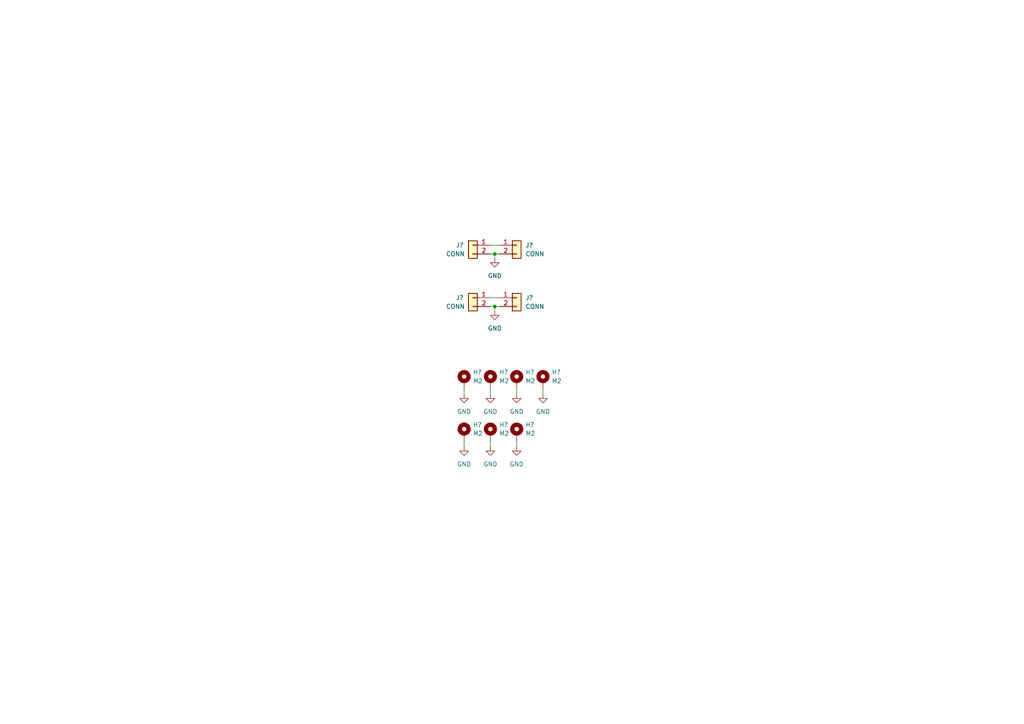
<source format=kicad_sch>
(kicad_sch (version 20211123) (generator eeschema)
  (paper "A4")
  (lib_symbols
    (symbol "Connector_Generic:Conn_01x02" (pin_names (offset 1.016) hide)
      (property "Reference" "J" (at 0 2.54 0))
      (property "Value" "Conn_01x02" (at 0 -5.08 0))
      (symbol "Conn_01x02_1_1"
        (rectangle (start -1.27 -2.413) (end 0 -2.667) (stroke (width 0.1524)))
        (rectangle (start -1.27 0.127) (end 0 -0.127) (stroke (width 0.1524)))
        (rectangle (start -1.27 1.27) (end 1.27 -3.81) (stroke (width 0.254)) (fill (type background)))
        (pin passive line (at -5.08 0 0) (length 3.81) (name "Pin_1") (number "1"))
        (pin passive line (at -5.08 -2.54 0) (length 3.81) (name "Pin_2") (number "2"))
      )
    )
    (symbol "Mechanical:MountingHole_Pad" (pin_numbers hide) (pin_names (offset 1.016) hide)
      (property "Reference" "H" (at 0 6.35 0))
      (property "Value" "MountingHole_Pad" (at 0 4.445 0))
      (symbol "MountingHole_Pad_0_1"
        (circle (center 0 1.27) (radius 1.27) (stroke (width 1.27)))
      )
      (symbol "MountingHole_Pad_1_1"
        (pin input line (at 0 -2.54 90) (length 2.54) (name "1") (number "1"))
      )
    )
    (symbol "power:GND" (power) (pin_names (offset 0))
      (property "Value" "GND" (at 0 -3.81 0))
      (symbol "GND_0_1"
        (polyline (pts (xy 0 0) (xy 0 -1.27) (xy 1.27 -1.27) (xy 0 -2.54) (xy -1.27 -1.27) (xy 0 -1.27)))
      )
      (symbol "GND_1_1"
        (pin power_in line (at 0 0 270) (length 0) hide (name "GND") (number "1"))
      )
    )
  )
  (junction (at 143.51 73.66))
  (junction (at 143.51 88.9))
  (wire (pts (xy 142.24 86.36) (xy 144.78 86.36)))
  (wire (pts (xy 134.62 113.03) (xy 134.62 114.3)))
  (wire (pts (xy 142.24 88.9) (xy 143.51 88.9)))
  (wire (pts (xy 142.24 73.66) (xy 143.51 73.66)))
  (wire (pts (xy 143.51 73.66) (xy 143.51 74.93)))
  (wire (pts (xy 142.24 113.03) (xy 142.24 114.3)))
  (wire (pts (xy 142.24 128.27) (xy 142.24 129.54)))
  (wire (pts (xy 143.51 88.9) (xy 144.78 88.9)))
  (wire (pts (xy 143.51 73.66) (xy 144.78 73.66)))
  (wire (pts (xy 157.48 113.03) (xy 157.48 114.3)))
  (wire (pts (xy 149.86 113.03) (xy 149.86 114.3)))
  (wire (pts (xy 143.51 88.9) (xy 143.51 90.17)))
  (wire (pts (xy 149.86 128.27) (xy 149.86 129.54)))
  (wire (pts (xy 134.62 128.27) (xy 134.62 129.54)))
  (wire (pts (xy 142.24 71.12) (xy 144.78 71.12)))
  (symbol (lib_id "power:GND") (at 149.86 114.3 0) (unit 1)
    (property "Reference" "#PWR?" (effects hide))
    (property "Value" "GND" (at 149.86 119.38 0))
  )
  (symbol (lib_id "power:GND") (at 149.86 129.54 0) (unit 1)
    (property "Reference" "#PWR?" (effects hide))
    (property "Value" "GND" (at 149.86 134.62 0))
  )
  (symbol (lib_id "power:GND") (at 142.24 114.3 0) (unit 1)
    (property "Reference" "#PWR?" (effects hide))
    (property "Value" "GND" (at 142.24 119.38 0))
  )
  (symbol (lib_id "Connector_Generic:Conn_01x02") (at 149.86 86.36 0) (unit 1)
    (property "Reference" "J?" (at 152.4 86.3599 0) (effects (justify left)))
    (property "Value" "CONN" (at 152.4 88.8999 0) (effects (justify left)))
    (property "Footprint" "modular-rf-bench-footprints:edge-connector" (effects hide))
  )
  (symbol (lib_id "Mechanical:MountingHole_Pad") (at 149.86 110.49 0) (unit 1)
    (property "Reference" "H?" (at 152.4 107.9499 0) (effects (justify left)))
    (property "Value" "M2" (at 152.4 110.4899 0) (effects (justify left)))
    (property "Footprint" "modular-rf-bench-footprints:M2-hole" (effects hide))
  )
  (symbol (lib_id "Connector_Generic:Conn_01x02") (at 149.86 71.12 0) (unit 1)
    (property "Reference" "J?" (at 152.4 71.1199 0) (effects (justify left)))
    (property "Value" "CONN" (at 152.4 73.6599 0) (effects (justify left)))
    (property "Footprint" "modular-rf-bench-footprints:edge-connector" (effects hide))
  )
  (symbol (lib_id "power:GND") (at 143.51 90.17 0) (unit 1)
    (property "Reference" "#PWR?" (effects hide))
    (property "Value" "GND" (at 143.51 95.25 0))
  )
  (symbol (lib_id "Mechanical:MountingHole_Pad") (at 134.62 110.49 0) (unit 1)
    (property "Reference" "H?" (at 137.16 107.9499 0) (effects (justify left)))
    (property "Value" "M2" (at 137.16 110.4899 0) (effects (justify left)))
    (property "Footprint" "modular-rf-bench-footprints:M2-hole" (effects hide))
  )
  (symbol (lib_id "Mechanical:MountingHole_Pad") (at 142.24 125.73 0) (unit 1)
    (property "Reference" "H?" (at 144.78 123.1899 0) (effects (justify left)))
    (property "Value" "M2" (at 144.78 125.7299 0) (effects (justify left)))
    (property "Footprint" "modular-rf-bench-footprints:M2-hole" (effects hide))
  )
  (symbol (lib_id "Mechanical:MountingHole_Pad") (at 149.86 125.73 0) (unit 1)
    (property "Reference" "H?" (at 152.4 123.1899 0) (effects (justify left)))
    (property "Value" "M2" (at 152.4 125.7299 0) (effects (justify left)))
    (property "Footprint" "modular-rf-bench-footprints:M2-hole" (effects hide))
  )
  (symbol (lib_id "power:GND") (at 143.51 74.93 0) (unit 1)
    (property "Reference" "#PWR?" (effects hide))
    (property "Value" "GND" (at 143.51 80.01 0))
  )
  (symbol (lib_id "Connector_Generic:Conn_01x02") (at 137.16 71.12 0) (mirror y) (unit 1)
    (property "Reference" "J?" (at 133.35 71.12 0))
    (property "Value" "CONN" (at 132.08 73.66 0))
    (property "Footprint" "modular-rf-bench-footprints:edge-connector" (effects hide))
  )
  (symbol (lib_id "power:GND") (at 142.24 129.54 0) (unit 1)
    (property "Reference" "#PWR?" (effects hide))
    (property "Value" "GND" (at 142.24 134.62 0))
  )
  (symbol (lib_id "Mechanical:MountingHole_Pad") (at 134.62 125.73 0) (unit 1)
    (property "Reference" "H?" (at 137.16 123.1899 0) (effects (justify left)))
    (property "Value" "M2" (at 137.16 125.7299 0) (effects (justify left)))
    (property "Footprint" "modular-rf-bench-footprints:M2-hole" (effects hide))
  )
  (symbol (lib_id "Mechanical:MountingHole_Pad") (at 157.48 110.49 0) (unit 1)
    (property "Reference" "H?" (at 160.02 107.9499 0) (effects (justify left)))
    (property "Value" "M2" (at 160.02 110.4899 0) (effects (justify left)))
    (property "Footprint" "modular-rf-bench-footprints:M2-hole" (effects hide))
  )
  (symbol (lib_id "power:GND") (at 157.48 114.3 0) (unit 1)
    (property "Reference" "#PWR?" (effects hide))
    (property "Value" "GND" (at 157.48 119.38 0))
  )
  (symbol (lib_id "power:GND") (at 134.62 114.3 0) (unit 1)
    (property "Reference" "#PWR?" (effects hide))
    (property "Value" "GND" (at 134.62 119.38 0))
  )
  (symbol (lib_id "Connector_Generic:Conn_01x02") (at 137.16 86.36 0) (mirror y) (unit 1)
    (property "Reference" "J?" (at 133.35 86.36 0))
    (property "Value" "CONN" (at 132.08 88.9 0))
    (property "Footprint" "modular-rf-bench-footprints:edge-connector" (effects hide))
  )
  (symbol (lib_id "Mechanical:MountingHole_Pad") (at 142.24 110.49 0) (unit 1)
    (property "Reference" "H?" (at 144.78 107.9499 0) (effects (justify left)))
    (property "Value" "M2" (at 144.78 110.4899 0) (effects (justify left)))
    (property "Footprint" "modular-rf-bench-footprints:M2-hole" (effects hide))
  )
  (symbol (lib_id "power:GND") (at 134.62 129.54 0) (unit 1)
    (property "Reference" "#PWR?" (effects hide))
    (property "Value" "GND" (at 134.62 134.62 0))
  )
)
</source>
